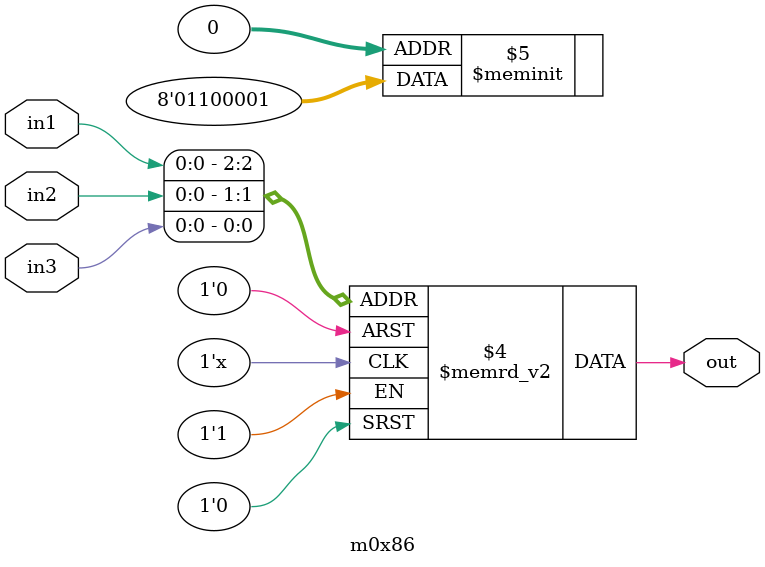
<source format=v>
module m0x86(output out, input in1, in2, in3);

   always @(in1, in2, in3)
     begin
        case({in1, in2, in3})
          3'b000: {out} = 1'b1;
          3'b001: {out} = 1'b0;
          3'b010: {out} = 1'b0;
          3'b011: {out} = 1'b0;
          3'b100: {out} = 1'b0;
          3'b101: {out} = 1'b1;
          3'b110: {out} = 1'b1;
          3'b111: {out} = 1'b0;
        endcase // case ({in1, in2, in3})
     end // always @ (in1, in2, in3)

endmodule // m0x86
</source>
